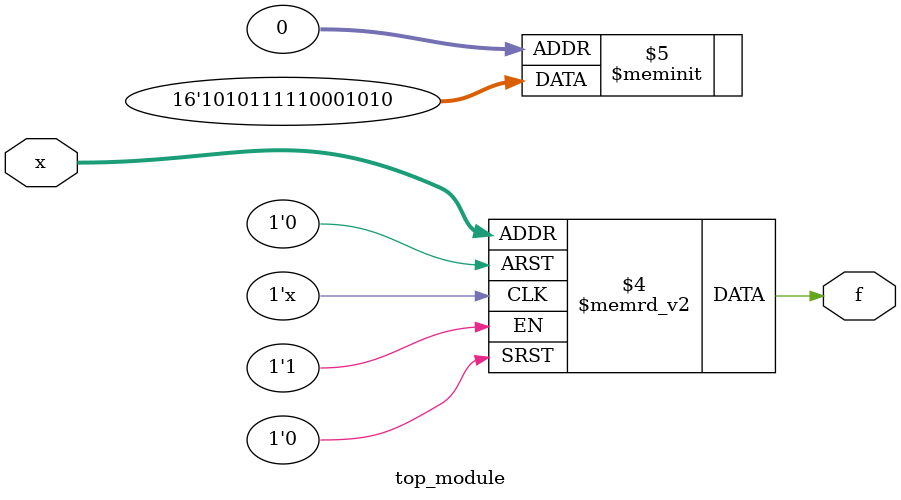
<source format=sv>
module top_module (
    input [4:1] x,
    output logic f
);

always_comb begin
    case (x)
        4'b0000, 4'b0101, 4'b1100, 4'b1110: f = 1'b0;
        4'b0001, 4'b0011, 4'b0111, 4'b1000: f = 1'b1;
        4'b1001, 4'b1010, 4'b1011, 4'b1101, 4'b1111: f = 1'b1; // Don't care condition, output 1
        default: f = 1'b0;
    endcase
end

endmodule

</source>
